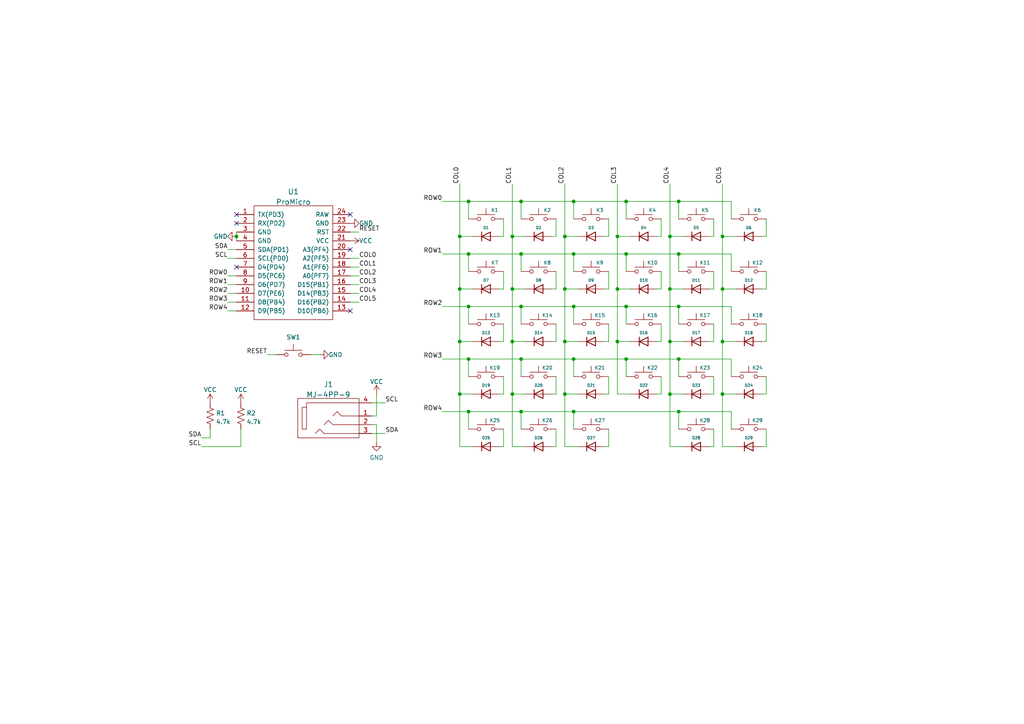
<source format=kicad_sch>
(kicad_sch (version 20211123) (generator eeschema)
  (paper "A4")
  (lib_symbols
    (symbol "Device:D" (pin_numbers hide) (pin_names (offset 1.016) hide)
      (property "Reference" "D" (at 0 2.54 0))
      (property "Value" "D" (at 0 -2.54 0))
      (symbol "D_0_1"
        (polyline (pts (xy -1.27 1.27) (xy -1.27 -1.27)) (stroke (width 0.254)))
        (polyline (pts (xy 1.27 0) (xy -1.27 0)))
        (polyline (pts (xy 1.27 1.27) (xy 1.27 -1.27) (xy -1.27 0) (xy 1.27 1.27)) (stroke (width 0.254)))
      )
      (symbol "D_1_1"
        (pin passive line (at -3.81 0 0) (length 2.54) (name "K") (number "1"))
        (pin passive line (at 3.81 0 180) (length 2.54) (name "A") (number "2"))
      )
    )
    (symbol "Device:R_US" (pin_numbers hide) (pin_names (offset 0))
      (property "Reference" "R" (at 2.54 0 90))
      (property "Value" "R_US" (at -2.54 0 90))
      (symbol "R_US_0_1"
        (polyline (pts (xy 0 -2.286) (xy 0 -2.54)))
        (polyline (pts (xy 0 2.286) (xy 0 2.54)))
        (polyline (pts (xy 0 -0.762) (xy 1.016 -1.143) (xy 0 -1.524) (xy -1.016 -1.905) (xy 0 -2.286)))
        (polyline (pts (xy 0 0.762) (xy 1.016 0.381) (xy 0 0) (xy -1.016 -0.381) (xy 0 -0.762)))
        (polyline (pts (xy 0 2.286) (xy 1.016 1.905) (xy 0 1.524) (xy -1.016 1.143) (xy 0 0.762)))
      )
      (symbol "R_US_1_1"
        (pin passive line (at 0 3.81 270) (length 1.27) (name "~") (number "1"))
        (pin passive line (at 0 -3.81 90) (length 1.27) (name "~") (number "2"))
      )
    )
    (symbol "GummyKey:MJ-4PP-9" (pin_names (offset 1.016))
      (property "Reference" "J" (at -8.89 -7.62 0))
      (property "Value" "MJ-4PP-9" (at -3.81 6.35 0))
      (symbol "MJ-4PP-9_0_1"
        (rectangle (start -7.62 2.54) (end -8.89 -3.81))
        (polyline (pts (xy 2.54 0) (xy 7.62 0)))
        (polyline (pts (xy -2.54 -5.08) (xy 7.62 -5.08) (xy 7.62 -5.08)))
        (polyline (pts (xy 0 -2.54) (xy -1.27 -1.27) (xy -2.54 -2.54)))
        (polyline (pts (xy 0 0) (xy 1.27 1.27) (xy 2.54 0)))
        (polyline (pts (xy 7.62 3.81) (xy -7.62 3.81) (xy -7.62 2.54)))
        (polyline (pts (xy -2.54 -5.08) (xy -3.81 -3.81) (xy -5.08 -5.08) (xy -5.08 -5.08)))
        (polyline (pts (xy 0 -2.54) (xy 7.62 -2.54) (xy 7.62 -2.54) (xy 7.62 -2.54)))
        (rectangle (start 7.62 -6.35) (end -10.16 5.08))
      )
      (symbol "MJ-4PP-9_1_1"
        (pin passive line (at 11.43 0 180) (length 3.81) (name "~") (number "1"))
        (pin passive line (at 11.43 -2.54 180) (length 3.81) (name "~") (number "2"))
        (pin passive line (at 11.43 -5.08 180) (length 3.81) (name "~") (number "3"))
        (pin passive line (at 11.43 3.81 180) (length 3.81) (name "~") (number "4"))
      )
    )
    (symbol "GummyKey:ProMicro" (pin_names (offset 1.016))
      (property "Reference" "U1" (at 0 17.78 0))
      (property "Value" "ProMicro" (at 0 -17.78 0))
      (symbol "ProMicro_0_1"
        (rectangle (start -11.43 16.51) (end 11.43 -16.51))
      )
      (symbol "ProMicro_1_1"
        (pin input line (at -16.51 13.97 0) (length 5.08) (name "TX(PD3)") (number "1"))
        (pin input line (at -16.51 -8.89 0) (length 5.08) (name "D7(PE6)") (number "10"))
        (pin input line (at -16.51 -11.43 0) (length 5.08) (name "D8(PB4)") (number "11"))
        (pin input line (at -16.51 -13.97 0) (length 5.08) (name "D9(PB5)") (number "12"))
        (pin input line (at 16.51 -13.97 180) (length 5.08) (name "D10(PB6)") (number "13"))
        (pin input line (at 16.51 -11.43 180) (length 5.08) (name "D16(PB2)") (number "14"))
        (pin input line (at 16.51 -8.89 180) (length 5.08) (name "D14(PB3)") (number "15"))
        (pin input line (at 16.51 -6.35 180) (length 5.08) (name "D15(PB1)") (number "16"))
        (pin input line (at 16.51 -3.81 180) (length 5.08) (name "A0(PF7)") (number "17"))
        (pin input line (at 16.51 -1.27 180) (length 5.08) (name "A1(PF6)") (number "18"))
        (pin input line (at 16.51 1.27 180) (length 5.08) (name "A2(PF5)") (number "19"))
        (pin input line (at -16.51 11.43 0) (length 5.08) (name "RX(PD2)") (number "2"))
        (pin input line (at 16.51 3.81 180) (length 5.08) (name "A3(PF4)") (number "20"))
        (pin input line (at 16.51 6.35 180) (length 5.08) (name "VCC") (number "21"))
        (pin input line (at 16.51 8.89 180) (length 5.08) (name "RST") (number "22"))
        (pin input line (at 16.51 11.43 180) (length 5.08) (name "GND") (number "23"))
        (pin input line (at 16.51 13.97 180) (length 5.08) (name "RAW") (number "24"))
        (pin input line (at -16.51 8.89 0) (length 5.08) (name "GND") (number "3"))
        (pin input line (at -16.51 6.35 0) (length 5.08) (name "GND") (number "4"))
        (pin input line (at -16.51 3.81 0) (length 5.08) (name "SDA(PD1)") (number "5"))
        (pin input line (at -16.51 1.27 0) (length 5.08) (name "SCL(PD0)") (number "6"))
        (pin input line (at -16.51 -1.27 0) (length 5.08) (name "D4(PD4)") (number "7"))
        (pin input line (at -16.51 -3.81 0) (length 5.08) (name "D5(PC6)") (number "8"))
        (pin input line (at -16.51 -6.35 0) (length 5.08) (name "D6(PD7)") (number "9"))
      )
    )
    (symbol "Switch:SW_Push" (pin_numbers hide) (pin_names (offset 1.016) hide)
      (property "Reference" "SW" (at 1.27 2.54 0))
      (property "Value" "SW_Push" (at 0 -1.524 0))
      (symbol "SW_Push_0_1"
        (circle (center -2.032 0) (radius 0.508))
        (polyline (pts (xy 0 1.27) (xy 0 3.048)))
        (polyline (pts (xy 2.54 1.27) (xy -2.54 1.27)))
        (circle (center 2.032 0) (radius 0.508))
        (pin passive line (at -5.08 0 0) (length 2.54) (name "1") (number "1"))
        (pin passive line (at 5.08 0 180) (length 2.54) (name "2") (number "2"))
      )
    )
    (symbol "power:GND" (power) (pin_names (offset 0))
      (property "Value" "GND" (at 0 -3.81 0))
      (symbol "GND_0_1"
        (polyline (pts (xy 0 0) (xy 0 -1.27) (xy 1.27 -1.27) (xy 0 -2.54) (xy -1.27 -1.27) (xy 0 -1.27)))
      )
      (symbol "GND_1_1"
        (pin power_in line (at 0 0 270) (length 0) hide (name "GND") (number "1"))
      )
    )
    (symbol "power:VCC" (power) (pin_names (offset 0))
      (property "Value" "VCC" (at 0 3.81 0))
      (symbol "VCC_0_1"
        (polyline (pts (xy -0.762 1.27) (xy 0 2.54)))
        (polyline (pts (xy 0 0) (xy 0 2.54)))
        (polyline (pts (xy 0 2.54) (xy 0.762 1.27)))
      )
      (symbol "VCC_1_1"
        (pin power_in line (at 0 0 90) (length 0) hide (name "VCC") (number "1"))
      )
    )
  )
  (junction (at 133.35 83.82))
  (junction (at 148.59 114.3))
  (junction (at 181.61 104.14))
  (junction (at 133.35 99.06))
  (junction (at 148.59 99.06))
  (junction (at 196.85 104.14))
  (junction (at 151.13 104.14))
  (junction (at 163.83 99.06))
  (junction (at 135.89 58.42))
  (junction (at 133.35 68.58))
  (junction (at 194.31 83.82))
  (junction (at 179.07 99.06))
  (junction (at 148.59 83.82))
  (junction (at 163.83 83.82))
  (junction (at 166.37 104.14))
  (junction (at 163.83 114.3))
  (junction (at 151.13 119.38))
  (junction (at 209.55 83.82))
  (junction (at 166.37 119.38))
  (junction (at 68.58 68.58))
  (junction (at 179.07 83.82))
  (junction (at 196.85 73.66))
  (junction (at 181.61 73.66))
  (junction (at 209.55 99.06))
  (junction (at 196.85 119.38))
  (junction (at 135.89 119.38))
  (junction (at 194.31 68.58))
  (junction (at 181.61 88.9))
  (junction (at 151.13 58.42))
  (junction (at 135.89 104.14))
  (junction (at 166.37 73.66))
  (junction (at 166.37 58.42))
  (junction (at 135.89 88.9))
  (junction (at 194.31 99.06))
  (junction (at 166.37 88.9))
  (junction (at 196.85 88.9))
  (junction (at 181.61 58.42))
  (junction (at 163.83 68.58))
  (junction (at 148.59 68.58))
  (junction (at 133.35 114.3))
  (junction (at 209.55 114.3))
  (junction (at 194.31 114.3))
  (junction (at 151.13 73.66))
  (junction (at 196.85 58.42))
  (junction (at 179.07 68.58))
  (junction (at 135.89 73.66))
  (junction (at 151.13 88.9))
  (junction (at 209.55 68.58))
  (no_connect (at 101.6 62.23))
  (no_connect (at 68.58 64.77))
  (no_connect (at 68.58 62.23))
  (no_connect (at 101.6 72.39))
  (no_connect (at 68.58 77.47))
  (no_connect (at 101.6 90.17))
  (wire (pts (xy 133.35 114.3) (xy 133.35 129.54)))
  (wire (pts (xy 176.53 93.98) (xy 176.53 99.06)))
  (wire (pts (xy 166.37 119.38) (xy 196.85 119.38)))
  (wire (pts (xy 176.53 129.54) (xy 175.26 129.54)))
  (wire (pts (xy 77.47 102.87) (xy 80.01 102.87)))
  (wire (pts (xy 163.83 114.3) (xy 167.64 114.3)))
  (wire (pts (xy 135.89 73.66) (xy 135.89 78.74)))
  (wire (pts (xy 207.01 114.3) (xy 205.74 114.3)))
  (wire (pts (xy 179.07 99.06) (xy 179.07 114.3)))
  (wire (pts (xy 133.35 99.06) (xy 133.35 114.3)))
  (wire (pts (xy 194.31 114.3) (xy 198.12 114.3)))
  (wire (pts (xy 133.35 114.3) (xy 137.16 114.3)))
  (wire (pts (xy 146.05 124.46) (xy 146.05 129.54)))
  (wire (pts (xy 166.37 104.14) (xy 181.61 104.14)))
  (wire (pts (xy 222.25 63.5) (xy 222.25 68.58)))
  (wire (pts (xy 148.59 83.82) (xy 148.59 99.06)))
  (wire (pts (xy 163.83 129.54) (xy 167.64 129.54)))
  (wire (pts (xy 163.83 99.06) (xy 163.83 114.3)))
  (wire (pts (xy 209.55 68.58) (xy 209.55 83.82)))
  (wire (pts (xy 166.37 58.42) (xy 181.61 58.42)))
  (wire (pts (xy 161.29 124.46) (xy 161.29 129.54)))
  (wire (pts (xy 68.58 67.31) (xy 68.58 68.58)))
  (wire (pts (xy 135.89 119.38) (xy 151.13 119.38)))
  (wire (pts (xy 176.53 68.58) (xy 175.26 68.58)))
  (wire (pts (xy 163.83 99.06) (xy 167.64 99.06)))
  (wire (pts (xy 148.59 99.06) (xy 148.59 114.3)))
  (wire (pts (xy 196.85 58.42) (xy 196.85 63.5)))
  (wire (pts (xy 179.07 83.82) (xy 179.07 99.06)))
  (wire (pts (xy 209.55 114.3) (xy 213.36 114.3)))
  (wire (pts (xy 191.77 78.74) (xy 191.77 83.82)))
  (wire (pts (xy 148.59 68.58) (xy 152.4 68.58)))
  (wire (pts (xy 212.09 88.9) (xy 212.09 93.98)))
  (wire (pts (xy 196.85 73.66) (xy 212.09 73.66)))
  (wire (pts (xy 151.13 104.14) (xy 166.37 104.14)))
  (wire (pts (xy 196.85 58.42) (xy 212.09 58.42)))
  (wire (pts (xy 146.05 114.3) (xy 144.78 114.3)))
  (wire (pts (xy 128.27 104.14) (xy 135.89 104.14)))
  (wire (pts (xy 66.04 74.93) (xy 68.58 74.93)))
  (wire (pts (xy 66.04 87.63) (xy 68.58 87.63)))
  (wire (pts (xy 179.07 53.34) (xy 179.07 68.58)))
  (wire (pts (xy 194.31 99.06) (xy 198.12 99.06)))
  (wire (pts (xy 179.07 99.06) (xy 182.88 99.06)))
  (wire (pts (xy 148.59 129.54) (xy 152.4 129.54)))
  (wire (pts (xy 181.61 104.14) (xy 196.85 104.14)))
  (wire (pts (xy 194.31 83.82) (xy 194.31 99.06)))
  (wire (pts (xy 181.61 88.9) (xy 196.85 88.9)))
  (wire (pts (xy 207.01 99.06) (xy 205.74 99.06)))
  (wire (pts (xy 146.05 109.22) (xy 146.05 114.3)))
  (wire (pts (xy 191.77 83.82) (xy 190.5 83.82)))
  (wire (pts (xy 212.09 119.38) (xy 212.09 124.46)))
  (wire (pts (xy 66.04 80.01) (xy 68.58 80.01)))
  (wire (pts (xy 107.95 123.19) (xy 109.22 123.19)))
  (wire (pts (xy 111.76 116.84) (xy 107.95 116.84)))
  (wire (pts (xy 148.59 68.58) (xy 148.59 83.82)))
  (wire (pts (xy 209.55 129.54) (xy 213.36 129.54)))
  (wire (pts (xy 194.31 68.58) (xy 198.12 68.58)))
  (wire (pts (xy 148.59 53.34) (xy 148.59 68.58)))
  (wire (pts (xy 181.61 88.9) (xy 181.61 93.98)))
  (wire (pts (xy 191.77 114.3) (xy 190.5 114.3)))
  (wire (pts (xy 146.05 93.98) (xy 146.05 99.06)))
  (wire (pts (xy 161.29 109.22) (xy 161.29 114.3)))
  (wire (pts (xy 151.13 88.9) (xy 151.13 93.98)))
  (wire (pts (xy 151.13 73.66) (xy 151.13 78.74)))
  (wire (pts (xy 104.14 82.55) (xy 101.6 82.55)))
  (wire (pts (xy 163.83 83.82) (xy 163.83 99.06)))
  (wire (pts (xy 161.29 114.3) (xy 160.02 114.3)))
  (wire (pts (xy 104.14 67.31) (xy 101.6 67.31)))
  (wire (pts (xy 194.31 83.82) (xy 198.12 83.82)))
  (wire (pts (xy 209.55 83.82) (xy 209.55 99.06)))
  (wire (pts (xy 148.59 83.82) (xy 152.4 83.82)))
  (wire (pts (xy 166.37 88.9) (xy 181.61 88.9)))
  (wire (pts (xy 207.01 124.46) (xy 207.01 129.54)))
  (wire (pts (xy 109.22 123.19) (xy 109.22 128.27)))
  (wire (pts (xy 209.55 53.34) (xy 209.55 68.58)))
  (wire (pts (xy 207.01 78.74) (xy 207.01 83.82)))
  (wire (pts (xy 161.29 63.5) (xy 161.29 68.58)))
  (wire (pts (xy 146.05 78.74) (xy 146.05 83.82)))
  (wire (pts (xy 133.35 83.82) (xy 137.16 83.82)))
  (wire (pts (xy 194.31 114.3) (xy 194.31 129.54)))
  (wire (pts (xy 161.29 68.58) (xy 160.02 68.58)))
  (wire (pts (xy 166.37 119.38) (xy 166.37 124.46)))
  (wire (pts (xy 212.09 104.14) (xy 212.09 109.22)))
  (wire (pts (xy 68.58 68.58) (xy 68.58 69.85)))
  (wire (pts (xy 166.37 73.66) (xy 166.37 78.74)))
  (wire (pts (xy 209.55 99.06) (xy 213.36 99.06)))
  (wire (pts (xy 151.13 88.9) (xy 166.37 88.9)))
  (wire (pts (xy 212.09 58.42) (xy 212.09 63.5)))
  (wire (pts (xy 176.53 124.46) (xy 176.53 129.54)))
  (wire (pts (xy 176.53 109.22) (xy 176.53 114.3)))
  (wire (pts (xy 163.83 83.82) (xy 167.64 83.82)))
  (wire (pts (xy 148.59 114.3) (xy 152.4 114.3)))
  (wire (pts (xy 196.85 119.38) (xy 196.85 124.46)))
  (wire (pts (xy 133.35 53.34) (xy 133.35 68.58)))
  (wire (pts (xy 66.04 85.09) (xy 68.58 85.09)))
  (wire (pts (xy 128.27 119.38) (xy 135.89 119.38)))
  (wire (pts (xy 151.13 58.42) (xy 151.13 63.5)))
  (wire (pts (xy 181.61 58.42) (xy 181.61 63.5)))
  (wire (pts (xy 60.96 124.46) (xy 60.96 127)))
  (wire (pts (xy 146.05 99.06) (xy 144.78 99.06)))
  (wire (pts (xy 176.53 63.5) (xy 176.53 68.58)))
  (wire (pts (xy 133.35 83.82) (xy 133.35 99.06)))
  (wire (pts (xy 66.04 82.55) (xy 68.58 82.55)))
  (wire (pts (xy 66.04 72.39) (xy 68.58 72.39)))
  (wire (pts (xy 135.89 119.38) (xy 135.89 124.46)))
  (wire (pts (xy 196.85 119.38) (xy 212.09 119.38)))
  (wire (pts (xy 209.55 68.58) (xy 213.36 68.58)))
  (wire (pts (xy 194.31 53.34) (xy 194.31 68.58)))
  (wire (pts (xy 191.77 99.06) (xy 190.5 99.06)))
  (wire (pts (xy 222.25 109.22) (xy 222.25 114.3)))
  (wire (pts (xy 146.05 83.82) (xy 144.78 83.82)))
  (wire (pts (xy 209.55 99.06) (xy 209.55 114.3)))
  (wire (pts (xy 151.13 58.42) (xy 166.37 58.42)))
  (wire (pts (xy 166.37 73.66) (xy 181.61 73.66)))
  (wire (pts (xy 133.35 99.06) (xy 137.16 99.06)))
  (wire (pts (xy 166.37 104.14) (xy 166.37 109.22)))
  (wire (pts (xy 161.29 78.74) (xy 161.29 83.82)))
  (wire (pts (xy 135.89 104.14) (xy 151.13 104.14)))
  (wire (pts (xy 135.89 88.9) (xy 135.89 93.98)))
  (wire (pts (xy 133.35 129.54) (xy 137.16 129.54)))
  (wire (pts (xy 128.27 58.42) (xy 135.89 58.42)))
  (wire (pts (xy 176.53 83.82) (xy 175.26 83.82)))
  (wire (pts (xy 146.05 63.5) (xy 146.05 68.58)))
  (wire (pts (xy 69.85 129.54) (xy 69.85 124.46)))
  (wire (pts (xy 196.85 104.14) (xy 196.85 109.22)))
  (wire (pts (xy 209.55 114.3) (xy 209.55 129.54)))
  (wire (pts (xy 179.07 83.82) (xy 182.88 83.82)))
  (wire (pts (xy 104.14 87.63) (xy 101.6 87.63)))
  (wire (pts (xy 179.07 114.3) (xy 182.88 114.3)))
  (wire (pts (xy 104.14 74.93) (xy 101.6 74.93)))
  (wire (pts (xy 135.89 88.9) (xy 151.13 88.9)))
  (wire (pts (xy 191.77 68.58) (xy 190.5 68.58)))
  (wire (pts (xy 207.01 63.5) (xy 207.01 68.58)))
  (wire (pts (xy 179.07 68.58) (xy 182.88 68.58)))
  (wire (pts (xy 176.53 114.3) (xy 175.26 114.3)))
  (wire (pts (xy 163.83 68.58) (xy 167.64 68.58)))
  (wire (pts (xy 135.89 58.42) (xy 135.89 63.5)))
  (wire (pts (xy 181.61 73.66) (xy 181.61 78.74)))
  (wire (pts (xy 107.95 125.73) (xy 111.76 125.73)))
  (wire (pts (xy 181.61 104.14) (xy 181.61 109.22)))
  (wire (pts (xy 209.55 83.82) (xy 213.36 83.82)))
  (wire (pts (xy 66.04 90.17) (xy 68.58 90.17)))
  (wire (pts (xy 166.37 58.42) (xy 166.37 63.5)))
  (wire (pts (xy 135.89 104.14) (xy 135.89 109.22)))
  (wire (pts (xy 163.83 53.34) (xy 163.83 68.58)))
  (wire (pts (xy 194.31 68.58) (xy 194.31 83.82)))
  (wire (pts (xy 133.35 68.58) (xy 133.35 83.82)))
  (wire (pts (xy 222.25 99.06) (xy 220.98 99.06)))
  (wire (pts (xy 222.25 78.74) (xy 222.25 83.82)))
  (wire (pts (xy 163.83 114.3) (xy 163.83 129.54)))
  (wire (pts (xy 151.13 104.14) (xy 151.13 109.22)))
  (wire (pts (xy 128.27 73.66) (xy 135.89 73.66)))
  (wire (pts (xy 176.53 99.06) (xy 175.26 99.06)))
  (wire (pts (xy 109.22 120.65) (xy 109.22 114.3)))
  (wire (pts (xy 207.01 109.22) (xy 207.01 114.3)))
  (wire (pts (xy 207.01 93.98) (xy 207.01 99.06)))
  (wire (pts (xy 191.77 63.5) (xy 191.77 68.58)))
  (wire (pts (xy 194.31 99.06) (xy 194.31 114.3)))
  (wire (pts (xy 107.95 120.65) (xy 109.22 120.65)))
  (wire (pts (xy 58.42 127) (xy 60.96 127)))
  (wire (pts (xy 207.01 83.82) (xy 205.74 83.82)))
  (wire (pts (xy 166.37 88.9) (xy 166.37 93.98)))
  (wire (pts (xy 191.77 93.98) (xy 191.77 99.06)))
  (wire (pts (xy 161.29 93.98) (xy 161.29 99.06)))
  (wire (pts (xy 222.25 83.82) (xy 220.98 83.82)))
  (wire (pts (xy 90.17 102.87) (xy 92.71 102.87)))
  (wire (pts (xy 196.85 88.9) (xy 196.85 93.98)))
  (wire (pts (xy 148.59 114.3) (xy 148.59 129.54)))
  (wire (pts (xy 161.29 83.82) (xy 160.02 83.82)))
  (wire (pts (xy 222.25 114.3) (xy 220.98 114.3)))
  (wire (pts (xy 191.77 109.22) (xy 191.77 114.3)))
  (wire (pts (xy 146.05 129.54) (xy 144.78 129.54)))
  (wire (pts (xy 181.61 73.66) (xy 196.85 73.66)))
  (wire (pts (xy 222.25 68.58) (xy 220.98 68.58)))
  (wire (pts (xy 196.85 88.9) (xy 212.09 88.9)))
  (wire (pts (xy 151.13 119.38) (xy 166.37 119.38)))
  (wire (pts (xy 104.14 77.47) (xy 101.6 77.47)))
  (wire (pts (xy 179.07 68.58) (xy 179.07 83.82)))
  (wire (pts (xy 104.14 85.09) (xy 101.6 85.09)))
  (wire (pts (xy 163.83 68.58) (xy 163.83 83.82)))
  (wire (pts (xy 148.59 99.06) (xy 152.4 99.06)))
  (wire (pts (xy 151.13 73.66) (xy 166.37 73.66)))
  (wire (pts (xy 104.14 80.01) (xy 101.6 80.01)))
  (wire (pts (xy 181.61 58.42) (xy 196.85 58.42)))
  (wire (pts (xy 207.01 129.54) (xy 205.74 129.54)))
  (wire (pts (xy 133.35 68.58) (xy 137.16 68.58)))
  (wire (pts (xy 196.85 73.66) (xy 196.85 78.74)))
  (wire (pts (xy 207.01 68.58) (xy 205.74 68.58)))
  (wire (pts (xy 222.25 129.54) (xy 220.98 129.54)))
  (wire (pts (xy 151.13 119.38) (xy 151.13 124.46)))
  (wire (pts (xy 58.42 129.54) (xy 69.85 129.54)))
  (wire (pts (xy 196.85 104.14) (xy 212.09 104.14)))
  (wire (pts (xy 135.89 73.66) (xy 151.13 73.66)))
  (wire (pts (xy 212.09 73.66) (xy 212.09 78.74)))
  (wire (pts (xy 161.29 99.06) (xy 160.02 99.06)))
  (wire (pts (xy 128.27 88.9) (xy 135.89 88.9)))
  (wire (pts (xy 146.05 68.58) (xy 144.78 68.58)))
  (wire (pts (xy 222.25 124.46) (xy 222.25 129.54)))
  (wire (pts (xy 222.25 93.98) (xy 222.25 99.06)))
  (wire (pts (xy 135.89 58.42) (xy 151.13 58.42)))
  (wire (pts (xy 194.31 129.54) (xy 198.12 129.54)))
  (wire (pts (xy 176.53 78.74) (xy 176.53 83.82)))
  (wire (pts (xy 161.29 129.54) (xy 160.02 129.54)))
  (label "SCL" (at 58.42 129.54 180))
  (label "ROW2" (at 128.27 88.9 180))
  (label "SDA" (at 111.76 125.73 0))
  (label "ROW4" (at 128.27 119.38 180))
  (label "ROW3" (at 128.27 104.14 180))
  (label "COL0" (at 133.35 53.34 90))
  (label "COL4" (at 194.31 53.34 90))
  (label "COL4" (at 104.14 85.09 0))
  (label "COL1" (at 148.59 53.34 90))
  (label "COL1" (at 104.14 77.47 0))
  (label "ROW3" (at 66.04 87.63 180))
  (label "COL2" (at 104.14 80.01 0))
  (label "ROW1" (at 128.27 73.66 180))
  (label "ROW2" (at 66.04 85.09 180))
  (label "COL5" (at 104.14 87.63 0))
  (label "COL3" (at 179.07 53.34 90))
  (label "COL5" (at 209.55 53.34 90))
  (label "SDA" (at 66.04 72.39 180))
  (label "ROW0" (at 66.04 80.01 180))
  (label "SCL" (at 66.04 74.93 180))
  (label "ROW1" (at 66.04 82.55 180))
  (label "COL0" (at 104.14 74.93 0))
  (label "RESET" (at 77.47 102.87 180))
  (label "SDA" (at 58.42 127 180))
  (label "RESET" (at 104.14 67.31 0))
  (label "COL2" (at 163.83 53.34 90))
  (label "ROW4" (at 66.04 90.17 180))
  (label "COL3" (at 104.14 82.55 0))
  (label "SCL" (at 111.76 116.84 0))
  (label "ROW0" (at 128.27 58.42 180))
  (symbol (lib_id "power:VCC") (at 109.22 114.3 0) (unit 1)
    (property "Reference" "#PWR07" (effects hide))
    (property "Value" "VCC" (at 109.22 110.7242 0))
  )
  (symbol (lib_id "Switch:SW_Push") (at 156.21 78.74 0) (unit 1)
    (property "Reference" "K8" (at 158.75 76.2 0) (effects (font (size 1 1))))
    (property "Value" "SW_Push" (effects hide))
    (property "Footprint" "Switch_Keyboard_Hotswap_Kailh:SW_Hotswap_Kailh_MX_1.00u" (effects hide))
  )
  (symbol (lib_id "Switch:SW_Push") (at 171.45 63.5 0) (unit 1)
    (property "Reference" "K3" (at 173.99 60.96 0) (effects (font (size 1 1))))
    (property "Value" "SW_Push" (effects hide))
    (property "Footprint" "Switch_Keyboard_Hotswap_Kailh:SW_Hotswap_Kailh_MX_1.00u" (effects hide))
  )
  (symbol (lib_id "Switch:SW_Push") (at 140.97 109.22 0) (unit 1)
    (property "Reference" "K19" (at 143.51 106.68 0) (effects (font (size 1 1))))
    (property "Value" "SW_Push" (effects hide))
    (property "Footprint" "Switch_Keyboard_Hotswap_Kailh:SW_Hotswap_Kailh_MX_1.00u" (effects hide))
  )
  (symbol (lib_id "Switch:SW_Push") (at 186.69 93.98 0) (unit 1)
    (property "Reference" "K16" (at 189.23 91.44 0) (effects (font (size 1 1))))
    (property "Value" "SW_Push" (effects hide))
    (property "Footprint" "Switch_Keyboard_Hotswap_Kailh:SW_Hotswap_Kailh_MX_1.00u" (effects hide))
  )
  (symbol (lib_id "Device:D") (at 156.21 114.3 0) (unit 1)
    (property "Reference" "D20" (at 156.21 111.76 0) (effects (font (size 0.8 0.8))))
    (property "Value" "D" (effects hide))
    (property "Footprint" "Diode_SMD:D_SOD-123" (effects hide))
  )
  (symbol (lib_id "Switch:SW_Push") (at 217.17 78.74 0) (unit 1)
    (property "Reference" "K12" (at 219.71 76.2 0) (effects (font (size 1 1))))
    (property "Value" "SW_Push" (effects hide))
    (property "Footprint" "Switch_Keyboard_Hotswap_Kailh:SW_Hotswap_Kailh_MX_1.00u" (effects hide))
  )
  (symbol (lib_id "Device:D") (at 201.93 129.54 0) (unit 1)
    (property "Reference" "D28" (at 201.93 127 0) (effects (font (size 0.8 0.8))))
    (property "Value" "D" (effects hide))
    (property "Footprint" "Diode_SMD:D_SOD-123" (effects hide))
  )
  (symbol (lib_id "Device:D") (at 171.45 83.82 0) (unit 1)
    (property "Reference" "D9" (at 171.45 81.28 0) (effects (font (size 0.8 0.8))))
    (property "Value" "D" (effects hide))
    (property "Footprint" "Diode_SMD:D_SOD-123" (effects hide))
  )
  (symbol (lib_id "Switch:SW_Push") (at 171.45 124.46 0) (unit 1)
    (property "Reference" "K27" (at 173.99 121.92 0) (effects (font (size 1 1))))
    (property "Value" "SW_Push" (effects hide))
    (property "Footprint" "Switch_Keyboard_Hotswap_Kailh:SW_Hotswap_Kailh_MX_1.00u" (effects hide))
  )
  (symbol (lib_id "Switch:SW_Push") (at 171.45 93.98 0) (unit 1)
    (property "Reference" "K15" (at 173.99 91.44 0) (effects (font (size 1 1))))
    (property "Value" "SW_Push" (effects hide))
    (property "Footprint" "Switch_Keyboard_Hotswap_Kailh:SW_Hotswap_Kailh_MX_1.00u" (effects hide))
  )
  (symbol (lib_id "Switch:SW_Push") (at 217.17 124.46 0) (unit 1)
    (property "Reference" "K29" (at 219.71 121.92 0) (effects (font (size 1 1))))
    (property "Value" "SW_Push" (effects hide))
    (property "Footprint" "Switch_Keyboard_Hotswap_Kailh:SW_Hotswap_Kailh_MX_1.00u" (effects hide))
  )
  (symbol (lib_id "Switch:SW_Push") (at 201.93 63.5 0) (unit 1)
    (property "Reference" "K5" (at 204.47 60.96 0) (effects (font (size 1 1))))
    (property "Value" "SW_Push" (effects hide))
    (property "Footprint" "Switch_Keyboard_Hotswap_Kailh:SW_Hotswap_Kailh_MX_1.00u" (effects hide))
  )
  (symbol (lib_id "Device:D") (at 140.97 114.3 0) (unit 1)
    (property "Reference" "D19" (at 140.97 111.76 0) (effects (font (size 0.8 0.8))))
    (property "Value" "D" (effects hide))
    (property "Footprint" "Diode_SMD:D_SOD-123" (effects hide))
  )
  (symbol (lib_id "Switch:SW_Push") (at 186.69 63.5 0) (unit 1)
    (property "Reference" "K4" (at 189.23 60.96 0) (effects (font (size 1 1))))
    (property "Value" "SW_Push" (effects hide))
    (property "Footprint" "Switch_Keyboard_Hotswap_Kailh:SW_Hotswap_Kailh_MX_1.00u" (effects hide))
  )
  (symbol (lib_id "power:VCC") (at 101.6 69.85 270) (unit 1)
    (property "Reference" "#PWR03" (effects hide))
    (property "Value" "VCC" (at 104.14 69.85 90) (effects (justify left)))
  )
  (symbol (lib_id "Switch:SW_Push") (at 140.97 63.5 0) (unit 1)
    (property "Reference" "K1" (at 143.51 60.96 0) (effects (font (size 1 1))))
    (property "Value" "SW_Push" (effects hide))
    (property "Footprint" "Switch_Keyboard_Hotswap_Kailh:SW_Hotswap_Kailh_MX_1.00u" (effects hide))
  )
  (symbol (lib_id "Switch:SW_Push") (at 186.69 78.74 0) (unit 1)
    (property "Reference" "K10" (at 189.23 76.2 0) (effects (font (size 1 1))))
    (property "Value" "SW_Push" (effects hide))
    (property "Footprint" "Switch_Keyboard_Hotswap_Kailh:SW_Hotswap_Kailh_MX_1.00u" (effects hide))
  )
  (symbol (lib_id "Device:D") (at 140.97 129.54 0) (unit 1)
    (property "Reference" "D25" (at 140.97 127 0) (effects (font (size 0.8 0.8))))
    (property "Value" "D" (effects hide))
    (property "Footprint" "Diode_SMD:D_SOD-123" (effects hide))
  )
  (symbol (lib_id "Device:D") (at 217.17 129.54 0) (unit 1)
    (property "Reference" "D29" (at 217.17 127 0) (effects (font (size 0.8 0.8))))
    (property "Value" "D" (effects hide))
    (property "Footprint" "Diode_SMD:D_SOD-123" (effects hide))
  )
  (symbol (lib_id "Switch:SW_Push") (at 171.45 78.74 0) (unit 1)
    (property "Reference" "K9" (at 173.99 76.2 0) (effects (font (size 1 1))))
    (property "Value" "SW_Push" (effects hide))
    (property "Footprint" "Switch_Keyboard_Hotswap_Kailh:SW_Hotswap_Kailh_MX_1.00u" (effects hide))
  )
  (symbol (lib_id "Device:D") (at 217.17 83.82 0) (unit 1)
    (property "Reference" "D12" (at 217.17 81.28 0) (effects (font (size 0.8 0.8))))
    (property "Value" "D" (effects hide))
    (property "Footprint" "Diode_SMD:D_SOD-123" (effects hide))
  )
  (symbol (lib_id "Device:D") (at 217.17 114.3 0) (unit 1)
    (property "Reference" "D24" (at 217.17 111.76 0) (effects (font (size 0.8 0.8))))
    (property "Value" "D" (effects hide))
    (property "Footprint" "Diode_SMD:D_SOD-123" (effects hide))
  )
  (symbol (lib_id "Device:D") (at 171.45 114.3 0) (unit 1)
    (property "Reference" "D21" (at 171.45 111.76 0) (effects (font (size 0.8 0.8))))
    (property "Value" "D" (effects hide))
    (property "Footprint" "Diode_SMD:D_SOD-123" (effects hide))
  )
  (symbol (lib_id "Device:D") (at 171.45 68.58 0) (unit 1)
    (property "Reference" "D3" (at 171.45 66.04 0) (effects (font (size 0.8 0.8))))
    (property "Value" "D" (effects hide))
    (property "Footprint" "Diode_SMD:D_SOD-123" (effects hide))
  )
  (symbol (lib_id "GummyKey:ProMicro") (at 85.09 76.2 0) (unit 1)
    (property "Reference" "U1" (at 85.09 55.6059 0) (effects (font (size 1.524 1.524))))
    (property "Value" "ProMicro" (at 85.09 58.5993 0) (effects (font (size 1.524 1.524))))
    (property "Footprint" "GummyKey:ProMicro" (effects hide))
  )
  (symbol (lib_id "Device:D") (at 140.97 99.06 0) (unit 1)
    (property "Reference" "D13" (at 140.97 96.52 0) (effects (font (size 0.8 0.8))))
    (property "Value" "D" (effects hide))
    (property "Footprint" "Diode_SMD:D_SOD-123" (effects hide))
  )
  (symbol (lib_id "Switch:SW_Push") (at 201.93 124.46 0) (unit 1)
    (property "Reference" "K28" (at 204.47 121.92 0) (effects (font (size 1 1))))
    (property "Value" "SW_Push" (effects hide))
    (property "Footprint" "Switch_Keyboard_Hotswap_Kailh:SW_Hotswap_Kailh_MX_1.00u" (effects hide))
  )
  (symbol (lib_id "power:VCC") (at 69.85 116.84 0) (unit 1)
    (property "Reference" "#PWR06" (effects hide))
    (property "Value" "VCC" (at 69.85 113.03 0))
  )
  (symbol (lib_id "Switch:SW_Push") (at 156.21 109.22 0) (unit 1)
    (property "Reference" "K20" (at 158.75 106.68 0) (effects (font (size 1 1))))
    (property "Value" "SW_Push" (effects hide))
    (property "Footprint" "Switch_Keyboard_Hotswap_Kailh:SW_Hotswap_Kailh_MX_1.00u" (effects hide))
  )
  (symbol (lib_id "Device:D") (at 156.21 83.82 0) (unit 1)
    (property "Reference" "D8" (at 156.21 81.28 0) (effects (font (size 0.8 0.8))))
    (property "Value" "D" (effects hide))
    (property "Footprint" "Diode_SMD:D_SOD-123" (effects hide))
  )
  (symbol (lib_id "Switch:SW_Push") (at 85.09 102.87 0) (unit 1)
    (property "Reference" "SW1" (at 85.09 97.79 0))
    (property "Value" "SW_Push" (effects hide))
    (property "Footprint" "GummyKey:Reset_Switch" (effects hide))
  )
  (symbol (lib_id "Switch:SW_Push") (at 171.45 109.22 0) (unit 1)
    (property "Reference" "K21" (at 173.99 106.68 0) (effects (font (size 1 1))))
    (property "Value" "SW_Push" (effects hide))
    (property "Footprint" "Switch_Keyboard_Hotswap_Kailh:SW_Hotswap_Kailh_MX_1.00u" (effects hide))
  )
  (symbol (lib_id "Device:D") (at 217.17 68.58 0) (unit 1)
    (property "Reference" "D6" (at 217.17 66.04 0) (effects (font (size 0.8 0.8))))
    (property "Value" "D" (effects hide))
    (property "Footprint" "Diode_SMD:D_SOD-123" (effects hide))
  )
  (symbol (lib_id "Device:D") (at 186.69 83.82 0) (unit 1)
    (property "Reference" "D10" (at 186.69 81.28 0) (effects (font (size 0.8 0.8))))
    (property "Value" "D" (effects hide))
    (property "Footprint" "Diode_SMD:D_SOD-123" (effects hide))
  )
  (symbol (lib_id "Device:D") (at 171.45 99.06 0) (unit 1)
    (property "Reference" "D15" (at 171.45 96.52 0) (effects (font (size 0.8 0.8))))
    (property "Value" "D" (effects hide))
    (property "Footprint" "Diode_SMD:D_SOD-123" (effects hide))
  )
  (symbol (lib_id "Device:D") (at 217.17 99.06 0) (unit 1)
    (property "Reference" "D18" (at 217.17 96.52 0) (effects (font (size 0.8 0.8))))
    (property "Value" "D" (effects hide))
    (property "Footprint" "Diode_SMD:D_SOD-123" (effects hide))
  )
  (symbol (lib_id "Switch:SW_Push") (at 156.21 63.5 0) (unit 1)
    (property "Reference" "K2" (at 158.75 60.96 0) (effects (font (size 1 1))))
    (property "Value" "SW_Push" (effects hide))
    (property "Footprint" "Switch_Keyboard_Hotswap_Kailh:SW_Hotswap_Kailh_MX_1.00u" (effects hide))
  )
  (symbol (lib_id "Switch:SW_Push") (at 140.97 124.46 0) (unit 1)
    (property "Reference" "K25" (at 143.51 121.92 0) (effects (font (size 1 1))))
    (property "Value" "SW_Push" (effects hide))
    (property "Footprint" "Switch_Keyboard_Hotswap_Kailh:SW_Hotswap_Kailh_MX_1.00u" (effects hide))
  )
  (symbol (lib_id "Switch:SW_Push") (at 156.21 93.98 0) (unit 1)
    (property "Reference" "K14" (at 158.75 91.44 0) (effects (font (size 1 1))))
    (property "Value" "SW_Push" (effects hide))
    (property "Footprint" "Switch_Keyboard_Hotswap_Kailh:SW_Hotswap_Kailh_MX_1.00u" (effects hide))
  )
  (symbol (lib_id "Device:D") (at 140.97 83.82 0) (unit 1)
    (property "Reference" "D7" (at 140.97 81.28 0) (effects (font (size 0.8 0.8))))
    (property "Value" "D" (effects hide))
    (property "Footprint" "Diode_SMD:D_SOD-123" (effects hide))
  )
  (symbol (lib_id "Switch:SW_Push") (at 217.17 93.98 0) (unit 1)
    (property "Reference" "K18" (at 219.71 91.44 0) (effects (font (size 1 1))))
    (property "Value" "SW_Push" (effects hide))
    (property "Footprint" "Switch_Keyboard_Hotswap_Kailh:SW_Hotswap_Kailh_MX_1.00u" (effects hide))
  )
  (symbol (lib_id "GummyKey:MJ-4PP-9") (at 96.52 120.65 0) (unit 1)
    (property "Reference" "J1" (at 95.25 111.4859 0) (effects (font (size 1.524 1.524))))
    (property "Value" "MJ-4PP-9" (at 95.25 114.4793 0) (effects (font (size 1.524 1.524))))
    (property "Footprint" "GummyKey:MJ-4PP-9" (effects hide))
  )
  (symbol (lib_id "Device:D") (at 140.97 68.58 0) (unit 1)
    (property "Reference" "D1" (at 140.97 66.04 0) (effects (font (size 0.8 0.8))))
    (property "Value" "D" (effects hide))
    (property "Footprint" "Diode_SMD:D_SOD-123" (effects hide))
  )
  (symbol (lib_id "Device:D") (at 186.69 114.3 0) (unit 1)
    (property "Reference" "D22" (at 186.69 111.76 0) (effects (font (size 0.8 0.8))))
    (property "Value" "D" (effects hide))
    (property "Footprint" "Diode_SMD:D_SOD-123" (effects hide))
  )
  (symbol (lib_id "Device:D") (at 201.93 68.58 0) (unit 1)
    (property "Reference" "D5" (at 201.93 66.04 0) (effects (font (size 0.8 0.8))))
    (property "Value" "D" (effects hide))
    (property "Footprint" "Diode_SMD:D_SOD-123" (effects hide))
  )
  (symbol (lib_id "power:GND") (at 92.71 102.87 90) (unit 1)
    (property "Reference" "#PWR04" (effects hide))
    (property "Value" "GND" (at 95.25 102.87 90) (effects (justify right)))
  )
  (symbol (lib_id "Device:D") (at 156.21 68.58 0) (unit 1)
    (property "Reference" "D2" (at 156.21 66.04 0) (effects (font (size 0.8 0.8))))
    (property "Value" "D" (effects hide))
    (property "Footprint" "Diode_SMD:D_SOD-123" (effects hide))
  )
  (symbol (lib_id "Device:D") (at 171.45 129.54 0) (unit 1)
    (property "Reference" "D27" (at 171.45 127 0) (effects (font (size 0.8 0.8))))
    (property "Value" "D" (effects hide))
    (property "Footprint" "Diode_SMD:D_SOD-123" (effects hide))
  )
  (symbol (lib_id "Device:D") (at 201.93 99.06 0) (unit 1)
    (property "Reference" "D17" (at 201.93 96.52 0) (effects (font (size 0.8 0.8))))
    (property "Value" "D" (effects hide))
    (property "Footprint" "Diode_SMD:D_SOD-123" (effects hide))
  )
  (symbol (lib_id "Switch:SW_Push") (at 140.97 93.98 0) (unit 1)
    (property "Reference" "K13" (at 143.51 91.44 0) (effects (font (size 1 1))))
    (property "Value" "SW_Push" (effects hide))
    (property "Footprint" "Switch_Keyboard_Hotswap_Kailh:SW_Hotswap_Kailh_MX_1.00u" (effects hide))
  )
  (symbol (lib_id "Switch:SW_Push") (at 201.93 93.98 0) (unit 1)
    (property "Reference" "K17" (at 204.47 91.44 0) (effects (font (size 1 1))))
    (property "Value" "SW_Push" (effects hide))
    (property "Footprint" "Switch_Keyboard_Hotswap_Kailh:SW_Hotswap_Kailh_MX_1.00u" (effects hide))
  )
  (symbol (lib_id "Switch:SW_Push") (at 140.97 78.74 0) (unit 1)
    (property "Reference" "K7" (at 143.51 76.2 0) (effects (font (size 1 1))))
    (property "Value" "SW_Push" (effects hide))
    (property "Footprint" "Switch_Keyboard_Hotswap_Kailh:SW_Hotswap_Kailh_MX_1.00u" (effects hide))
  )
  (symbol (lib_id "Switch:SW_Push") (at 201.93 109.22 0) (unit 1)
    (property "Reference" "K23" (at 204.47 106.68 0) (effects (font (size 1 1))))
    (property "Value" "SW_Push" (effects hide))
    (property "Footprint" "Switch_Keyboard_Hotswap_Kailh:SW_Hotswap_Kailh_MX_1.00u" (effects hide))
  )
  (symbol (lib_id "Device:D") (at 156.21 129.54 0) (unit 1)
    (property "Reference" "D26" (at 156.21 127 0) (effects (font (size 0.8 0.8))))
    (property "Value" "D" (effects hide))
    (property "Footprint" "Diode_SMD:D_SOD-123" (effects hide))
  )
  (symbol (lib_id "Device:D") (at 156.21 99.06 0) (unit 1)
    (property "Reference" "D14" (at 156.21 96.52 0) (effects (font (size 0.8 0.8))))
    (property "Value" "D" (effects hide))
    (property "Footprint" "Diode_SMD:D_SOD-123" (effects hide))
  )
  (symbol (lib_id "power:VCC") (at 60.96 116.84 0) (unit 1)
    (property "Reference" "#PWR05" (effects hide))
    (property "Value" "VCC" (at 60.96 113.03 0))
  )
  (symbol (lib_id "Switch:SW_Push") (at 186.69 109.22 0) (unit 1)
    (property "Reference" "K22" (at 189.23 106.68 0) (effects (font (size 1 1))))
    (property "Value" "SW_Push" (effects hide))
    (property "Footprint" "Switch_Keyboard_Hotswap_Kailh:SW_Hotswap_Kailh_MX_1.00u" (effects hide))
  )
  (symbol (lib_id "Switch:SW_Push") (at 201.93 78.74 0) (unit 1)
    (property "Reference" "K11" (at 204.47 76.2 0) (effects (font (size 1 1))))
    (property "Value" "SW_Push" (effects hide))
    (property "Footprint" "Switch_Keyboard_Hotswap_Kailh:SW_Hotswap_Kailh_MX_1.00u" (effects hide))
  )
  (symbol (lib_id "power:GND") (at 109.22 128.27 0) (unit 1)
    (property "Reference" "#PWR08" (effects hide))
    (property "Value" "GND" (at 109.22 132.7134 0))
  )
  (symbol (lib_id "power:GND") (at 101.6 64.77 90) (unit 1)
    (property "Reference" "#PWR01" (effects hide))
    (property "Value" "GND" (at 104.14 64.77 90) (effects (justify right)))
  )
  (symbol (lib_id "Switch:SW_Push") (at 156.21 124.46 0) (unit 1)
    (property "Reference" "K26" (at 158.75 121.92 0) (effects (font (size 1 1))))
    (property "Value" "SW_Push" (effects hide))
    (property "Footprint" "Switch_Keyboard_Hotswap_Kailh:SW_Hotswap_Kailh_MX_1.00u" (effects hide))
  )
  (symbol (lib_id "Switch:SW_Push") (at 217.17 109.22 0) (unit 1)
    (property "Reference" "K24" (at 219.71 106.68 0) (effects (font (size 1 1))))
    (property "Value" "SW_Push" (effects hide))
    (property "Footprint" "Switch_Keyboard_Hotswap_Kailh:SW_Hotswap_Kailh_MX_1.00u" (effects hide))
  )
  (symbol (lib_id "Device:R_US") (at 60.96 120.65 0) (unit 1)
    (property "Reference" "R1" (at 62.611 119.8153 0) (effects (justify left)))
    (property "Value" "4.7k" (at 62.611 122.3522 0) (effects (justify left)))
    (property "Footprint" "Resistor_SMD:R_0805_2012Metric_Pad1.20x1.40mm_HandSolder" (effects hide))
  )
  (symbol (lib_id "power:GND") (at 68.58 68.58 270) (unit 1)
    (property "Reference" "#PWR02" (effects hide))
    (property "Value" "GND" (at 66.04 68.58 90) (effects (justify right)))
  )
  (symbol (lib_id "Device:D") (at 186.69 99.06 0) (unit 1)
    (property "Reference" "D16" (at 186.69 96.52 0) (effects (font (size 0.8 0.8))))
    (property "Value" "D" (effects hide))
    (property "Footprint" "Diode_SMD:D_SOD-123" (effects hide))
  )
  (symbol (lib_id "Device:D") (at 201.93 114.3 0) (unit 1)
    (property "Reference" "D23" (at 201.93 111.76 0) (effects (font (size 0.8 0.8))))
    (property "Value" "D" (effects hide))
    (property "Footprint" "Diode_SMD:D_SOD-123" (effects hide))
  )
  (symbol (lib_id "Device:D") (at 186.69 68.58 0) (unit 1)
    (property "Reference" "D4" (at 186.69 66.04 0) (effects (font (size 0.8 0.8))))
    (property "Value" "D" (effects hide))
    (property "Footprint" "Diode_SMD:D_SOD-123" (effects hide))
  )
  (symbol (lib_id "Device:R_US") (at 69.85 120.65 0) (unit 1)
    (property "Reference" "R2" (at 71.501 119.8153 0) (effects (justify left)))
    (property "Value" "4.7k" (at 71.501 122.3522 0) (effects (justify left)))
    (property "Footprint" "Resistor_SMD:R_0805_2012Metric_Pad1.20x1.40mm_HandSolder" (effects hide))
  )
  (symbol (lib_id "Switch:SW_Push") (at 217.17 63.5 0) (unit 1)
    (property "Reference" "K6" (at 219.71 60.96 0) (effects (font (size 1 1))))
    (property "Value" "SW_Push" (effects hide))
    (property "Footprint" "Switch_Keyboard_Hotswap_Kailh:SW_Hotswap_Kailh_MX_1.00u" (effects hide))
  )
  (symbol (lib_id "Device:D") (at 201.93 83.82 0) (unit 1)
    (property "Reference" "D11" (at 201.93 81.28 0) (effects (font (size 0.8 0.8))))
    (property "Value" "D" (effects hide))
    (property "Footprint" "Diode_SMD:D_SOD-123" (effects hide))
  )
)
</source>
